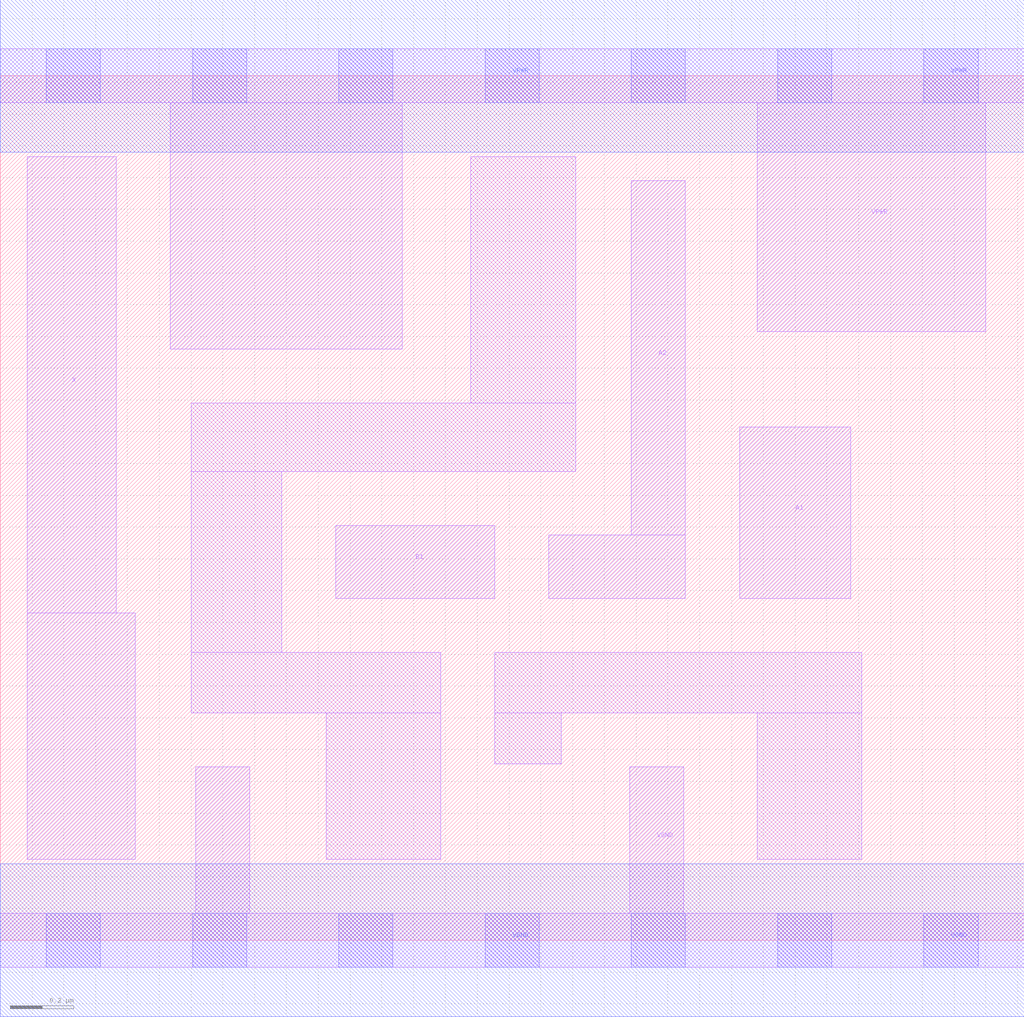
<source format=lef>
# Copyright 2020 The SkyWater PDK Authors
#
# Licensed under the Apache License, Version 2.0 (the "License");
# you may not use this file except in compliance with the License.
# You may obtain a copy of the License at
#
#     https://www.apache.org/licenses/LICENSE-2.0
#
# Unless required by applicable law or agreed to in writing, software
# distributed under the License is distributed on an "AS IS" BASIS,
# WITHOUT WARRANTIES OR CONDITIONS OF ANY KIND, either express or implied.
# See the License for the specific language governing permissions and
# limitations under the License.
#
# SPDX-License-Identifier: Apache-2.0

VERSION 5.7 ;
  NAMESCASESENSITIVE ON ;
  NOWIREEXTENSIONATPIN ON ;
  DIVIDERCHAR "/" ;
  BUSBITCHARS "[]" ;
UNITS
  DATABASE MICRONS 200 ;
END UNITS
PROPERTYDEFINITIONS
  MACRO maskLayoutSubType STRING ;
  MACRO prCellType STRING ;
  MACRO originalViewName STRING ;
END PROPERTYDEFINITIONS
MACRO sky130_fd_sc_hdll__o21a_1
  CLASS CORE ;
  FOREIGN sky130_fd_sc_hdll__o21a_1 ;
  ORIGIN  0.000000  0.000000 ;
  SIZE  3.220000 BY  2.720000 ;
  SYMMETRY X Y R90 ;
  SITE unithd ;
  PIN A1
    ANTENNAGATEAREA  0.277500 ;
    DIRECTION INPUT ;
    USE SIGNAL ;
    PORT
      LAYER li1 ;
        RECT 2.325000 1.075000 2.675000 1.615000 ;
    END
  END A1
  PIN A2
    ANTENNAGATEAREA  0.277500 ;
    DIRECTION INPUT ;
    USE SIGNAL ;
    PORT
      LAYER li1 ;
        RECT 1.725000 1.075000 2.155000 1.275000 ;
        RECT 1.985000 1.275000 2.155000 2.390000 ;
    END
  END A2
  PIN B1
    ANTENNAGATEAREA  0.277500 ;
    DIRECTION INPUT ;
    USE SIGNAL ;
    PORT
      LAYER li1 ;
        RECT 1.055000 1.075000 1.555000 1.305000 ;
    END
  END B1
  PIN X
    ANTENNADIFFAREA  0.472000 ;
    DIRECTION OUTPUT ;
    USE SIGNAL ;
    PORT
      LAYER li1 ;
        RECT 0.085000 0.255000 0.425000 1.030000 ;
        RECT 0.085000 1.030000 0.365000 2.465000 ;
    END
  END X
  PIN VGND
    DIRECTION INOUT ;
    USE GROUND ;
    PORT
      LAYER li1 ;
        RECT 0.000000 -0.085000 3.220000 0.085000 ;
        RECT 0.615000  0.085000 0.785000 0.545000 ;
        RECT 1.980000  0.085000 2.150000 0.545000 ;
      LAYER mcon ;
        RECT 0.145000 -0.085000 0.315000 0.085000 ;
        RECT 0.605000 -0.085000 0.775000 0.085000 ;
        RECT 1.065000 -0.085000 1.235000 0.085000 ;
        RECT 1.525000 -0.085000 1.695000 0.085000 ;
        RECT 1.985000 -0.085000 2.155000 0.085000 ;
        RECT 2.445000 -0.085000 2.615000 0.085000 ;
        RECT 2.905000 -0.085000 3.075000 0.085000 ;
      LAYER met1 ;
        RECT 0.000000 -0.240000 3.220000 0.240000 ;
    END
  END VGND
  PIN VPWR
    DIRECTION INOUT ;
    USE POWER ;
    PORT
      LAYER li1 ;
        RECT 0.000000 2.635000 3.220000 2.805000 ;
        RECT 0.535000 1.860000 1.265000 2.635000 ;
        RECT 2.380000 1.915000 3.100000 2.635000 ;
      LAYER mcon ;
        RECT 0.145000 2.635000 0.315000 2.805000 ;
        RECT 0.605000 2.635000 0.775000 2.805000 ;
        RECT 1.065000 2.635000 1.235000 2.805000 ;
        RECT 1.525000 2.635000 1.695000 2.805000 ;
        RECT 1.985000 2.635000 2.155000 2.805000 ;
        RECT 2.445000 2.635000 2.615000 2.805000 ;
        RECT 2.905000 2.635000 3.075000 2.805000 ;
      LAYER met1 ;
        RECT 0.000000 2.480000 3.220000 2.960000 ;
    END
  END VPWR
  OBS
    LAYER li1 ;
      RECT 0.600000 0.715000 1.385000 0.905000 ;
      RECT 0.600000 0.905000 0.885000 1.475000 ;
      RECT 0.600000 1.475000 1.810000 1.690000 ;
      RECT 1.025000 0.255000 1.385000 0.715000 ;
      RECT 1.480000 1.690000 1.810000 2.465000 ;
      RECT 1.555000 0.555000 1.765000 0.715000 ;
      RECT 1.555000 0.715000 2.710000 0.905000 ;
      RECT 2.380000 0.255000 2.710000 0.715000 ;
  END
  PROPERTY maskLayoutSubType "abstract" ;
  PROPERTY prCellType "standard" ;
  PROPERTY originalViewName "layout" ;
END sky130_fd_sc_hdll__o21a_1

</source>
